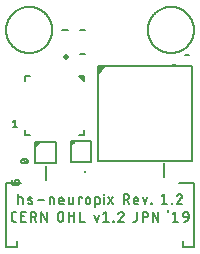
<source format=gto>
G75*
%MOIN*%
%OFA0B0*%
%FSLAX25Y25*%
%IPPOS*%
%LPD*%
%AMOC8*
5,1,8,0,0,1.08239X$1,22.5*
%
%ADD10C,0.00787*%
%ADD11C,0.00600*%
%ADD12C,0.00700*%
%ADD13C,0.00787*%
%ADD14C,0.00500*%
%ADD15C,0.01969*%
D10*
X0166659Y0119425D02*
X0166661Y0119614D01*
X0166668Y0119802D01*
X0166680Y0119990D01*
X0166696Y0120178D01*
X0166717Y0120366D01*
X0166742Y0120553D01*
X0166772Y0120739D01*
X0166807Y0120925D01*
X0166846Y0121109D01*
X0166889Y0121293D01*
X0166937Y0121475D01*
X0166990Y0121656D01*
X0167047Y0121836D01*
X0167108Y0122015D01*
X0167174Y0122192D01*
X0167244Y0122367D01*
X0167318Y0122540D01*
X0167397Y0122712D01*
X0167480Y0122881D01*
X0167567Y0123049D01*
X0167658Y0123214D01*
X0167753Y0123377D01*
X0167852Y0123538D01*
X0167954Y0123696D01*
X0168061Y0123851D01*
X0168172Y0124004D01*
X0168286Y0124154D01*
X0168404Y0124302D01*
X0168525Y0124446D01*
X0168650Y0124587D01*
X0168779Y0124725D01*
X0168910Y0124861D01*
X0169046Y0124992D01*
X0169184Y0125121D01*
X0169325Y0125246D01*
X0169469Y0125367D01*
X0169617Y0125485D01*
X0169767Y0125599D01*
X0169920Y0125710D01*
X0170075Y0125817D01*
X0170233Y0125919D01*
X0170394Y0126018D01*
X0170557Y0126113D01*
X0170722Y0126204D01*
X0170890Y0126291D01*
X0171059Y0126374D01*
X0171231Y0126453D01*
X0171404Y0126527D01*
X0171579Y0126597D01*
X0171756Y0126663D01*
X0171935Y0126724D01*
X0172115Y0126781D01*
X0172296Y0126834D01*
X0172478Y0126882D01*
X0172662Y0126925D01*
X0172846Y0126964D01*
X0173032Y0126999D01*
X0173218Y0127029D01*
X0173405Y0127054D01*
X0173593Y0127075D01*
X0173781Y0127091D01*
X0173969Y0127103D01*
X0174157Y0127110D01*
X0174346Y0127112D01*
X0174535Y0127110D01*
X0174723Y0127103D01*
X0174911Y0127091D01*
X0175099Y0127075D01*
X0175287Y0127054D01*
X0175474Y0127029D01*
X0175660Y0126999D01*
X0175846Y0126964D01*
X0176030Y0126925D01*
X0176214Y0126882D01*
X0176396Y0126834D01*
X0176577Y0126781D01*
X0176757Y0126724D01*
X0176936Y0126663D01*
X0177113Y0126597D01*
X0177288Y0126527D01*
X0177461Y0126453D01*
X0177633Y0126374D01*
X0177802Y0126291D01*
X0177970Y0126204D01*
X0178135Y0126113D01*
X0178298Y0126018D01*
X0178459Y0125919D01*
X0178617Y0125817D01*
X0178772Y0125710D01*
X0178925Y0125599D01*
X0179075Y0125485D01*
X0179223Y0125367D01*
X0179367Y0125246D01*
X0179508Y0125121D01*
X0179646Y0124992D01*
X0179782Y0124861D01*
X0179913Y0124725D01*
X0180042Y0124587D01*
X0180167Y0124446D01*
X0180288Y0124302D01*
X0180406Y0124154D01*
X0180520Y0124004D01*
X0180631Y0123851D01*
X0180738Y0123696D01*
X0180840Y0123538D01*
X0180939Y0123377D01*
X0181034Y0123214D01*
X0181125Y0123049D01*
X0181212Y0122881D01*
X0181295Y0122712D01*
X0181374Y0122540D01*
X0181448Y0122367D01*
X0181518Y0122192D01*
X0181584Y0122015D01*
X0181645Y0121836D01*
X0181702Y0121656D01*
X0181755Y0121475D01*
X0181803Y0121293D01*
X0181846Y0121109D01*
X0181885Y0120925D01*
X0181920Y0120739D01*
X0181950Y0120553D01*
X0181975Y0120366D01*
X0181996Y0120178D01*
X0182012Y0119990D01*
X0182024Y0119802D01*
X0182031Y0119614D01*
X0182033Y0119425D01*
X0182031Y0119236D01*
X0182024Y0119048D01*
X0182012Y0118860D01*
X0181996Y0118672D01*
X0181975Y0118484D01*
X0181950Y0118297D01*
X0181920Y0118111D01*
X0181885Y0117925D01*
X0181846Y0117741D01*
X0181803Y0117557D01*
X0181755Y0117375D01*
X0181702Y0117194D01*
X0181645Y0117014D01*
X0181584Y0116835D01*
X0181518Y0116658D01*
X0181448Y0116483D01*
X0181374Y0116310D01*
X0181295Y0116138D01*
X0181212Y0115969D01*
X0181125Y0115801D01*
X0181034Y0115636D01*
X0180939Y0115473D01*
X0180840Y0115312D01*
X0180738Y0115154D01*
X0180631Y0114999D01*
X0180520Y0114846D01*
X0180406Y0114696D01*
X0180288Y0114548D01*
X0180167Y0114404D01*
X0180042Y0114263D01*
X0179913Y0114125D01*
X0179782Y0113989D01*
X0179646Y0113858D01*
X0179508Y0113729D01*
X0179367Y0113604D01*
X0179223Y0113483D01*
X0179075Y0113365D01*
X0178925Y0113251D01*
X0178772Y0113140D01*
X0178617Y0113033D01*
X0178459Y0112931D01*
X0178298Y0112832D01*
X0178135Y0112737D01*
X0177970Y0112646D01*
X0177802Y0112559D01*
X0177633Y0112476D01*
X0177461Y0112397D01*
X0177288Y0112323D01*
X0177113Y0112253D01*
X0176936Y0112187D01*
X0176757Y0112126D01*
X0176577Y0112069D01*
X0176396Y0112016D01*
X0176214Y0111968D01*
X0176030Y0111925D01*
X0175846Y0111886D01*
X0175660Y0111851D01*
X0175474Y0111821D01*
X0175287Y0111796D01*
X0175099Y0111775D01*
X0174911Y0111759D01*
X0174723Y0111747D01*
X0174535Y0111740D01*
X0174346Y0111738D01*
X0174157Y0111740D01*
X0173969Y0111747D01*
X0173781Y0111759D01*
X0173593Y0111775D01*
X0173405Y0111796D01*
X0173218Y0111821D01*
X0173032Y0111851D01*
X0172846Y0111886D01*
X0172662Y0111925D01*
X0172478Y0111968D01*
X0172296Y0112016D01*
X0172115Y0112069D01*
X0171935Y0112126D01*
X0171756Y0112187D01*
X0171579Y0112253D01*
X0171404Y0112323D01*
X0171231Y0112397D01*
X0171059Y0112476D01*
X0170890Y0112559D01*
X0170722Y0112646D01*
X0170557Y0112737D01*
X0170394Y0112832D01*
X0170233Y0112931D01*
X0170075Y0113033D01*
X0169920Y0113140D01*
X0169767Y0113251D01*
X0169617Y0113365D01*
X0169469Y0113483D01*
X0169325Y0113604D01*
X0169184Y0113729D01*
X0169046Y0113858D01*
X0168910Y0113989D01*
X0168779Y0114125D01*
X0168650Y0114263D01*
X0168525Y0114404D01*
X0168404Y0114548D01*
X0168286Y0114696D01*
X0168172Y0114846D01*
X0168061Y0114999D01*
X0167954Y0115154D01*
X0167852Y0115312D01*
X0167753Y0115473D01*
X0167658Y0115636D01*
X0167567Y0115801D01*
X0167480Y0115969D01*
X0167397Y0116138D01*
X0167318Y0116310D01*
X0167244Y0116483D01*
X0167174Y0116658D01*
X0167108Y0116835D01*
X0167047Y0117014D01*
X0166990Y0117194D01*
X0166937Y0117375D01*
X0166889Y0117557D01*
X0166846Y0117741D01*
X0166807Y0117925D01*
X0166772Y0118111D01*
X0166742Y0118297D01*
X0166717Y0118484D01*
X0166696Y0118672D01*
X0166680Y0118860D01*
X0166668Y0119048D01*
X0166661Y0119236D01*
X0166659Y0119425D01*
X0213904Y0119425D02*
X0213906Y0119614D01*
X0213913Y0119802D01*
X0213925Y0119990D01*
X0213941Y0120178D01*
X0213962Y0120366D01*
X0213987Y0120553D01*
X0214017Y0120739D01*
X0214052Y0120925D01*
X0214091Y0121109D01*
X0214134Y0121293D01*
X0214182Y0121475D01*
X0214235Y0121656D01*
X0214292Y0121836D01*
X0214353Y0122015D01*
X0214419Y0122192D01*
X0214489Y0122367D01*
X0214563Y0122540D01*
X0214642Y0122712D01*
X0214725Y0122881D01*
X0214812Y0123049D01*
X0214903Y0123214D01*
X0214998Y0123377D01*
X0215097Y0123538D01*
X0215199Y0123696D01*
X0215306Y0123851D01*
X0215417Y0124004D01*
X0215531Y0124154D01*
X0215649Y0124302D01*
X0215770Y0124446D01*
X0215895Y0124587D01*
X0216024Y0124725D01*
X0216155Y0124861D01*
X0216291Y0124992D01*
X0216429Y0125121D01*
X0216570Y0125246D01*
X0216714Y0125367D01*
X0216862Y0125485D01*
X0217012Y0125599D01*
X0217165Y0125710D01*
X0217320Y0125817D01*
X0217478Y0125919D01*
X0217639Y0126018D01*
X0217802Y0126113D01*
X0217967Y0126204D01*
X0218135Y0126291D01*
X0218304Y0126374D01*
X0218476Y0126453D01*
X0218649Y0126527D01*
X0218824Y0126597D01*
X0219001Y0126663D01*
X0219180Y0126724D01*
X0219360Y0126781D01*
X0219541Y0126834D01*
X0219723Y0126882D01*
X0219907Y0126925D01*
X0220091Y0126964D01*
X0220277Y0126999D01*
X0220463Y0127029D01*
X0220650Y0127054D01*
X0220838Y0127075D01*
X0221026Y0127091D01*
X0221214Y0127103D01*
X0221402Y0127110D01*
X0221591Y0127112D01*
X0221780Y0127110D01*
X0221968Y0127103D01*
X0222156Y0127091D01*
X0222344Y0127075D01*
X0222532Y0127054D01*
X0222719Y0127029D01*
X0222905Y0126999D01*
X0223091Y0126964D01*
X0223275Y0126925D01*
X0223459Y0126882D01*
X0223641Y0126834D01*
X0223822Y0126781D01*
X0224002Y0126724D01*
X0224181Y0126663D01*
X0224358Y0126597D01*
X0224533Y0126527D01*
X0224706Y0126453D01*
X0224878Y0126374D01*
X0225047Y0126291D01*
X0225215Y0126204D01*
X0225380Y0126113D01*
X0225543Y0126018D01*
X0225704Y0125919D01*
X0225862Y0125817D01*
X0226017Y0125710D01*
X0226170Y0125599D01*
X0226320Y0125485D01*
X0226468Y0125367D01*
X0226612Y0125246D01*
X0226753Y0125121D01*
X0226891Y0124992D01*
X0227027Y0124861D01*
X0227158Y0124725D01*
X0227287Y0124587D01*
X0227412Y0124446D01*
X0227533Y0124302D01*
X0227651Y0124154D01*
X0227765Y0124004D01*
X0227876Y0123851D01*
X0227983Y0123696D01*
X0228085Y0123538D01*
X0228184Y0123377D01*
X0228279Y0123214D01*
X0228370Y0123049D01*
X0228457Y0122881D01*
X0228540Y0122712D01*
X0228619Y0122540D01*
X0228693Y0122367D01*
X0228763Y0122192D01*
X0228829Y0122015D01*
X0228890Y0121836D01*
X0228947Y0121656D01*
X0229000Y0121475D01*
X0229048Y0121293D01*
X0229091Y0121109D01*
X0229130Y0120925D01*
X0229165Y0120739D01*
X0229195Y0120553D01*
X0229220Y0120366D01*
X0229241Y0120178D01*
X0229257Y0119990D01*
X0229269Y0119802D01*
X0229276Y0119614D01*
X0229278Y0119425D01*
X0229276Y0119236D01*
X0229269Y0119048D01*
X0229257Y0118860D01*
X0229241Y0118672D01*
X0229220Y0118484D01*
X0229195Y0118297D01*
X0229165Y0118111D01*
X0229130Y0117925D01*
X0229091Y0117741D01*
X0229048Y0117557D01*
X0229000Y0117375D01*
X0228947Y0117194D01*
X0228890Y0117014D01*
X0228829Y0116835D01*
X0228763Y0116658D01*
X0228693Y0116483D01*
X0228619Y0116310D01*
X0228540Y0116138D01*
X0228457Y0115969D01*
X0228370Y0115801D01*
X0228279Y0115636D01*
X0228184Y0115473D01*
X0228085Y0115312D01*
X0227983Y0115154D01*
X0227876Y0114999D01*
X0227765Y0114846D01*
X0227651Y0114696D01*
X0227533Y0114548D01*
X0227412Y0114404D01*
X0227287Y0114263D01*
X0227158Y0114125D01*
X0227027Y0113989D01*
X0226891Y0113858D01*
X0226753Y0113729D01*
X0226612Y0113604D01*
X0226468Y0113483D01*
X0226320Y0113365D01*
X0226170Y0113251D01*
X0226017Y0113140D01*
X0225862Y0113033D01*
X0225704Y0112931D01*
X0225543Y0112832D01*
X0225380Y0112737D01*
X0225215Y0112646D01*
X0225047Y0112559D01*
X0224878Y0112476D01*
X0224706Y0112397D01*
X0224533Y0112323D01*
X0224358Y0112253D01*
X0224181Y0112187D01*
X0224002Y0112126D01*
X0223822Y0112069D01*
X0223641Y0112016D01*
X0223459Y0111968D01*
X0223275Y0111925D01*
X0223091Y0111886D01*
X0222905Y0111851D01*
X0222719Y0111821D01*
X0222532Y0111796D01*
X0222344Y0111775D01*
X0222156Y0111759D01*
X0221968Y0111747D01*
X0221780Y0111740D01*
X0221591Y0111738D01*
X0221402Y0111740D01*
X0221214Y0111747D01*
X0221026Y0111759D01*
X0220838Y0111775D01*
X0220650Y0111796D01*
X0220463Y0111821D01*
X0220277Y0111851D01*
X0220091Y0111886D01*
X0219907Y0111925D01*
X0219723Y0111968D01*
X0219541Y0112016D01*
X0219360Y0112069D01*
X0219180Y0112126D01*
X0219001Y0112187D01*
X0218824Y0112253D01*
X0218649Y0112323D01*
X0218476Y0112397D01*
X0218304Y0112476D01*
X0218135Y0112559D01*
X0217967Y0112646D01*
X0217802Y0112737D01*
X0217639Y0112832D01*
X0217478Y0112931D01*
X0217320Y0113033D01*
X0217165Y0113140D01*
X0217012Y0113251D01*
X0216862Y0113365D01*
X0216714Y0113483D01*
X0216570Y0113604D01*
X0216429Y0113729D01*
X0216291Y0113858D01*
X0216155Y0113989D01*
X0216024Y0114125D01*
X0215895Y0114263D01*
X0215770Y0114404D01*
X0215649Y0114548D01*
X0215531Y0114696D01*
X0215417Y0114846D01*
X0215306Y0114999D01*
X0215199Y0115154D01*
X0215097Y0115312D01*
X0214998Y0115473D01*
X0214903Y0115636D01*
X0214812Y0115801D01*
X0214725Y0115969D01*
X0214642Y0116138D01*
X0214563Y0116310D01*
X0214489Y0116483D01*
X0214419Y0116658D01*
X0214353Y0116835D01*
X0214292Y0117014D01*
X0214235Y0117194D01*
X0214182Y0117375D01*
X0214134Y0117557D01*
X0214091Y0117741D01*
X0214052Y0117925D01*
X0214017Y0118111D01*
X0213987Y0118297D01*
X0213962Y0118484D01*
X0213941Y0118672D01*
X0213925Y0118860D01*
X0213913Y0119048D01*
X0213906Y0119236D01*
X0213904Y0119425D01*
D11*
X0170370Y0086891D02*
X0168953Y0086891D01*
X0169661Y0086891D02*
X0169661Y0089440D01*
X0168953Y0088874D01*
X0172811Y0075016D02*
X0172898Y0075018D01*
X0172984Y0075023D01*
X0173070Y0075032D01*
X0173156Y0075045D01*
X0173241Y0075060D01*
X0173326Y0075080D01*
X0173409Y0075103D01*
X0173492Y0075129D01*
X0173573Y0075159D01*
X0173653Y0075192D01*
X0173732Y0075228D01*
X0173519Y0075158D02*
X0172103Y0076291D01*
X0171890Y0076220D02*
X0171850Y0076204D01*
X0171811Y0076185D01*
X0171774Y0076163D01*
X0171738Y0076138D01*
X0171705Y0076110D01*
X0171675Y0076079D01*
X0171647Y0076046D01*
X0171621Y0076011D01*
X0171599Y0075973D01*
X0171580Y0075935D01*
X0171564Y0075894D01*
X0171552Y0075853D01*
X0171543Y0075810D01*
X0171538Y0075767D01*
X0171536Y0075724D01*
X0171538Y0075681D01*
X0171543Y0075638D01*
X0171552Y0075595D01*
X0171564Y0075554D01*
X0171580Y0075513D01*
X0171599Y0075475D01*
X0171621Y0075437D01*
X0171647Y0075402D01*
X0171675Y0075369D01*
X0171705Y0075338D01*
X0171738Y0075310D01*
X0171774Y0075285D01*
X0171811Y0075263D01*
X0171850Y0075244D01*
X0171890Y0075228D01*
X0171890Y0076221D02*
X0171969Y0076257D01*
X0172049Y0076290D01*
X0172130Y0076320D01*
X0172213Y0076346D01*
X0172296Y0076369D01*
X0172381Y0076389D01*
X0172466Y0076404D01*
X0172552Y0076417D01*
X0172638Y0076426D01*
X0172724Y0076431D01*
X0172811Y0076433D01*
X0172811Y0075016D02*
X0172724Y0075018D01*
X0172638Y0075023D01*
X0172552Y0075032D01*
X0172466Y0075045D01*
X0172381Y0075060D01*
X0172296Y0075080D01*
X0172213Y0075103D01*
X0172130Y0075129D01*
X0172049Y0075159D01*
X0171969Y0075192D01*
X0171890Y0075228D01*
X0172811Y0076433D02*
X0172898Y0076431D01*
X0172984Y0076426D01*
X0173070Y0076417D01*
X0173156Y0076404D01*
X0173241Y0076389D01*
X0173326Y0076369D01*
X0173409Y0076346D01*
X0173492Y0076320D01*
X0173573Y0076290D01*
X0173653Y0076257D01*
X0173732Y0076221D01*
X0173732Y0076220D02*
X0173772Y0076204D01*
X0173811Y0076185D01*
X0173848Y0076163D01*
X0173884Y0076138D01*
X0173917Y0076110D01*
X0173947Y0076079D01*
X0173975Y0076046D01*
X0174001Y0076011D01*
X0174023Y0075973D01*
X0174042Y0075935D01*
X0174058Y0075894D01*
X0174070Y0075853D01*
X0174079Y0075810D01*
X0174084Y0075767D01*
X0174086Y0075724D01*
X0174084Y0075681D01*
X0174079Y0075638D01*
X0174070Y0075595D01*
X0174058Y0075554D01*
X0174042Y0075513D01*
X0174023Y0075475D01*
X0174001Y0075437D01*
X0173975Y0075402D01*
X0173947Y0075369D01*
X0173917Y0075338D01*
X0173884Y0075310D01*
X0173848Y0075285D01*
X0173811Y0075263D01*
X0173772Y0075244D01*
X0173732Y0075228D01*
X0171054Y0069228D02*
X0169638Y0069228D01*
X0169638Y0068803D01*
X0169071Y0067811D02*
X0169024Y0067813D01*
X0168978Y0067819D01*
X0168932Y0067828D01*
X0168887Y0067842D01*
X0168843Y0067859D01*
X0168801Y0067879D01*
X0168761Y0067903D01*
X0168723Y0067931D01*
X0168687Y0067961D01*
X0168654Y0067994D01*
X0168624Y0068030D01*
X0168596Y0068068D01*
X0168572Y0068108D01*
X0168552Y0068150D01*
X0168535Y0068194D01*
X0168521Y0068239D01*
X0168512Y0068285D01*
X0168506Y0068331D01*
X0168504Y0068378D01*
X0168505Y0068378D02*
X0168505Y0069228D01*
X0169071Y0067811D02*
X0170488Y0067811D01*
X0170535Y0067813D01*
X0170581Y0067819D01*
X0170627Y0067828D01*
X0170672Y0067842D01*
X0170716Y0067859D01*
X0170758Y0067879D01*
X0170798Y0067903D01*
X0170836Y0067931D01*
X0170872Y0067961D01*
X0170905Y0067994D01*
X0170935Y0068030D01*
X0170963Y0068068D01*
X0170987Y0068108D01*
X0171007Y0068150D01*
X0171024Y0068194D01*
X0171038Y0068239D01*
X0171047Y0068285D01*
X0171053Y0068331D01*
X0171055Y0068378D01*
X0171054Y0068378D02*
X0171054Y0069228D01*
D12*
X0170781Y0064666D02*
X0170781Y0061429D01*
X0172220Y0061429D02*
X0172220Y0063047D01*
X0172221Y0063047D02*
X0172219Y0063092D01*
X0172214Y0063136D01*
X0172204Y0063180D01*
X0172192Y0063222D01*
X0172176Y0063264D01*
X0172156Y0063304D01*
X0172133Y0063342D01*
X0172107Y0063379D01*
X0172078Y0063413D01*
X0172047Y0063444D01*
X0172013Y0063473D01*
X0171976Y0063499D01*
X0171938Y0063522D01*
X0171898Y0063542D01*
X0171856Y0063558D01*
X0171814Y0063570D01*
X0171770Y0063580D01*
X0171726Y0063585D01*
X0171681Y0063587D01*
X0170781Y0063587D01*
X0174240Y0062688D02*
X0175139Y0062328D01*
X0175177Y0062310D01*
X0175213Y0062290D01*
X0175248Y0062266D01*
X0175280Y0062240D01*
X0175309Y0062210D01*
X0175336Y0062178D01*
X0175360Y0062144D01*
X0175381Y0062108D01*
X0175398Y0062070D01*
X0175412Y0062030D01*
X0175422Y0061990D01*
X0175429Y0061949D01*
X0175432Y0061907D01*
X0175431Y0061866D01*
X0175427Y0061824D01*
X0175418Y0061783D01*
X0175407Y0061743D01*
X0175391Y0061704D01*
X0175373Y0061667D01*
X0175351Y0061632D01*
X0175325Y0061598D01*
X0175298Y0061567D01*
X0175267Y0061539D01*
X0175234Y0061514D01*
X0175199Y0061491D01*
X0175162Y0061472D01*
X0175123Y0061456D01*
X0175083Y0061444D01*
X0175042Y0061435D01*
X0175001Y0061430D01*
X0174959Y0061429D01*
X0175229Y0063407D02*
X0175153Y0063440D01*
X0175074Y0063469D01*
X0174995Y0063496D01*
X0174915Y0063519D01*
X0174834Y0063538D01*
X0174752Y0063555D01*
X0174670Y0063568D01*
X0174587Y0063578D01*
X0174504Y0063584D01*
X0174420Y0063587D01*
X0174378Y0063586D01*
X0174337Y0063581D01*
X0174296Y0063572D01*
X0174256Y0063560D01*
X0174217Y0063544D01*
X0174180Y0063525D01*
X0174145Y0063502D01*
X0174112Y0063477D01*
X0174081Y0063449D01*
X0174054Y0063418D01*
X0174028Y0063384D01*
X0174006Y0063349D01*
X0173988Y0063312D01*
X0173972Y0063273D01*
X0173961Y0063233D01*
X0173952Y0063192D01*
X0173948Y0063150D01*
X0173947Y0063109D01*
X0173950Y0063067D01*
X0173957Y0063026D01*
X0173967Y0062986D01*
X0173981Y0062946D01*
X0173998Y0062908D01*
X0174019Y0062872D01*
X0174043Y0062838D01*
X0174070Y0062806D01*
X0174099Y0062776D01*
X0174131Y0062750D01*
X0174166Y0062726D01*
X0174202Y0062706D01*
X0174240Y0062688D01*
X0173970Y0061609D02*
X0174066Y0061577D01*
X0174163Y0061547D01*
X0174260Y0061521D01*
X0174358Y0061498D01*
X0174457Y0061478D01*
X0174557Y0061462D01*
X0174657Y0061449D01*
X0174758Y0061439D01*
X0174858Y0061432D01*
X0174959Y0061429D01*
X0177154Y0062688D02*
X0179312Y0062688D01*
X0181175Y0063587D02*
X0182074Y0063587D01*
X0182119Y0063585D01*
X0182163Y0063580D01*
X0182207Y0063570D01*
X0182249Y0063558D01*
X0182291Y0063542D01*
X0182331Y0063522D01*
X0182369Y0063499D01*
X0182406Y0063473D01*
X0182440Y0063444D01*
X0182471Y0063413D01*
X0182500Y0063379D01*
X0182526Y0063342D01*
X0182549Y0063304D01*
X0182569Y0063264D01*
X0182585Y0063222D01*
X0182597Y0063180D01*
X0182607Y0063136D01*
X0182612Y0063092D01*
X0182614Y0063047D01*
X0182614Y0061429D01*
X0181175Y0061429D02*
X0181175Y0063587D01*
X0184364Y0062867D02*
X0184364Y0061968D01*
X0184365Y0061968D02*
X0184367Y0061923D01*
X0184372Y0061879D01*
X0184381Y0061836D01*
X0184394Y0061793D01*
X0184410Y0061751D01*
X0184430Y0061711D01*
X0184453Y0061673D01*
X0184479Y0061637D01*
X0184507Y0061603D01*
X0184539Y0061571D01*
X0184573Y0061543D01*
X0184609Y0061517D01*
X0184647Y0061494D01*
X0184687Y0061474D01*
X0184729Y0061458D01*
X0184772Y0061445D01*
X0184815Y0061436D01*
X0184859Y0061431D01*
X0184904Y0061429D01*
X0185803Y0061429D01*
X0185803Y0062508D02*
X0184364Y0062508D01*
X0184364Y0062867D02*
X0184366Y0062919D01*
X0184372Y0062972D01*
X0184381Y0063023D01*
X0184394Y0063074D01*
X0184411Y0063124D01*
X0184432Y0063172D01*
X0184456Y0063219D01*
X0184483Y0063264D01*
X0184514Y0063306D01*
X0184548Y0063347D01*
X0184584Y0063385D01*
X0184623Y0063420D01*
X0184665Y0063452D01*
X0184708Y0063481D01*
X0184754Y0063506D01*
X0184802Y0063529D01*
X0184851Y0063547D01*
X0184901Y0063563D01*
X0184952Y0063574D01*
X0185004Y0063582D01*
X0185057Y0063586D01*
X0185109Y0063586D01*
X0185162Y0063582D01*
X0185214Y0063574D01*
X0185265Y0063563D01*
X0185315Y0063547D01*
X0185364Y0063529D01*
X0185412Y0063506D01*
X0185458Y0063481D01*
X0185501Y0063452D01*
X0185543Y0063420D01*
X0185582Y0063385D01*
X0185618Y0063347D01*
X0185652Y0063306D01*
X0185683Y0063264D01*
X0185710Y0063219D01*
X0185734Y0063172D01*
X0185755Y0063124D01*
X0185772Y0063074D01*
X0185785Y0063023D01*
X0185794Y0062972D01*
X0185800Y0062919D01*
X0185802Y0062867D01*
X0185803Y0062867D02*
X0185803Y0062508D01*
X0187553Y0061968D02*
X0187553Y0063587D01*
X0188992Y0063587D02*
X0188992Y0061429D01*
X0188092Y0061429D01*
X0188047Y0061431D01*
X0188003Y0061436D01*
X0187960Y0061445D01*
X0187917Y0061458D01*
X0187875Y0061474D01*
X0187835Y0061494D01*
X0187797Y0061517D01*
X0187761Y0061543D01*
X0187727Y0061571D01*
X0187695Y0061603D01*
X0187667Y0061637D01*
X0187641Y0061673D01*
X0187618Y0061711D01*
X0187598Y0061751D01*
X0187582Y0061793D01*
X0187569Y0061836D01*
X0187560Y0061879D01*
X0187555Y0061923D01*
X0187553Y0061968D01*
X0187649Y0058760D02*
X0187649Y0055523D01*
X0189447Y0055523D02*
X0189447Y0058760D01*
X0189447Y0057322D02*
X0187649Y0057322D01*
X0185785Y0057861D02*
X0185785Y0056422D01*
X0185783Y0056363D01*
X0185777Y0056305D01*
X0185768Y0056247D01*
X0185754Y0056189D01*
X0185737Y0056133D01*
X0185717Y0056078D01*
X0185692Y0056024D01*
X0185665Y0055973D01*
X0185633Y0055923D01*
X0185599Y0055875D01*
X0185562Y0055829D01*
X0185522Y0055786D01*
X0185479Y0055746D01*
X0185433Y0055709D01*
X0185385Y0055675D01*
X0185336Y0055643D01*
X0185284Y0055616D01*
X0185230Y0055591D01*
X0185175Y0055571D01*
X0185119Y0055554D01*
X0185061Y0055540D01*
X0185003Y0055531D01*
X0184945Y0055525D01*
X0184886Y0055523D01*
X0184827Y0055525D01*
X0184769Y0055531D01*
X0184711Y0055540D01*
X0184653Y0055554D01*
X0184597Y0055571D01*
X0184542Y0055591D01*
X0184488Y0055616D01*
X0184437Y0055643D01*
X0184387Y0055675D01*
X0184339Y0055709D01*
X0184293Y0055746D01*
X0184250Y0055786D01*
X0184210Y0055829D01*
X0184173Y0055875D01*
X0184139Y0055923D01*
X0184107Y0055973D01*
X0184080Y0056024D01*
X0184055Y0056078D01*
X0184035Y0056133D01*
X0184018Y0056189D01*
X0184004Y0056247D01*
X0183995Y0056305D01*
X0183989Y0056363D01*
X0183987Y0056422D01*
X0183987Y0057861D01*
X0183989Y0057920D01*
X0183995Y0057978D01*
X0184004Y0058036D01*
X0184018Y0058094D01*
X0184035Y0058150D01*
X0184055Y0058205D01*
X0184080Y0058259D01*
X0184107Y0058311D01*
X0184139Y0058360D01*
X0184173Y0058408D01*
X0184210Y0058454D01*
X0184250Y0058497D01*
X0184293Y0058537D01*
X0184339Y0058574D01*
X0184387Y0058608D01*
X0184437Y0058640D01*
X0184488Y0058667D01*
X0184542Y0058692D01*
X0184597Y0058712D01*
X0184653Y0058729D01*
X0184711Y0058743D01*
X0184769Y0058752D01*
X0184827Y0058758D01*
X0184886Y0058760D01*
X0184945Y0058758D01*
X0185003Y0058752D01*
X0185061Y0058743D01*
X0185119Y0058729D01*
X0185175Y0058712D01*
X0185230Y0058692D01*
X0185284Y0058667D01*
X0185336Y0058640D01*
X0185385Y0058608D01*
X0185433Y0058574D01*
X0185479Y0058537D01*
X0185522Y0058497D01*
X0185562Y0058454D01*
X0185599Y0058408D01*
X0185633Y0058360D01*
X0185665Y0058311D01*
X0185692Y0058259D01*
X0185717Y0058205D01*
X0185737Y0058150D01*
X0185754Y0058094D01*
X0185768Y0058036D01*
X0185777Y0057978D01*
X0185783Y0057920D01*
X0185785Y0057861D01*
X0180234Y0058760D02*
X0180234Y0055523D01*
X0178436Y0058760D01*
X0178436Y0055523D01*
X0176610Y0055523D02*
X0175890Y0056962D01*
X0175710Y0056962D02*
X0174811Y0056962D01*
X0175710Y0056962D02*
X0175769Y0056964D01*
X0175827Y0056970D01*
X0175885Y0056979D01*
X0175943Y0056993D01*
X0175999Y0057010D01*
X0176054Y0057030D01*
X0176108Y0057055D01*
X0176160Y0057082D01*
X0176209Y0057114D01*
X0176257Y0057148D01*
X0176303Y0057185D01*
X0176346Y0057225D01*
X0176386Y0057268D01*
X0176423Y0057314D01*
X0176457Y0057362D01*
X0176489Y0057412D01*
X0176516Y0057463D01*
X0176541Y0057517D01*
X0176561Y0057572D01*
X0176578Y0057628D01*
X0176592Y0057686D01*
X0176601Y0057744D01*
X0176607Y0057802D01*
X0176609Y0057861D01*
X0176607Y0057920D01*
X0176601Y0057978D01*
X0176592Y0058036D01*
X0176578Y0058094D01*
X0176561Y0058150D01*
X0176541Y0058205D01*
X0176516Y0058259D01*
X0176489Y0058311D01*
X0176457Y0058360D01*
X0176423Y0058408D01*
X0176386Y0058454D01*
X0176346Y0058497D01*
X0176303Y0058537D01*
X0176257Y0058574D01*
X0176209Y0058608D01*
X0176160Y0058640D01*
X0176108Y0058667D01*
X0176054Y0058692D01*
X0175999Y0058712D01*
X0175943Y0058729D01*
X0175885Y0058743D01*
X0175827Y0058752D01*
X0175769Y0058758D01*
X0175710Y0058760D01*
X0174811Y0058760D01*
X0174811Y0055523D01*
X0173154Y0055523D02*
X0171715Y0055523D01*
X0171715Y0058760D01*
X0173154Y0058760D01*
X0172794Y0057322D02*
X0171715Y0057322D01*
X0170055Y0058760D02*
X0169336Y0058760D01*
X0169285Y0058758D01*
X0169234Y0058753D01*
X0169183Y0058744D01*
X0169133Y0058731D01*
X0169085Y0058715D01*
X0169037Y0058695D01*
X0168991Y0058672D01*
X0168947Y0058646D01*
X0168905Y0058617D01*
X0168865Y0058584D01*
X0168828Y0058549D01*
X0168793Y0058512D01*
X0168760Y0058472D01*
X0168731Y0058430D01*
X0168705Y0058386D01*
X0168682Y0058340D01*
X0168662Y0058292D01*
X0168646Y0058244D01*
X0168633Y0058194D01*
X0168624Y0058143D01*
X0168619Y0058092D01*
X0168617Y0058041D01*
X0168616Y0058041D02*
X0168616Y0056243D01*
X0168617Y0056243D02*
X0168619Y0056192D01*
X0168624Y0056141D01*
X0168633Y0056090D01*
X0168646Y0056040D01*
X0168662Y0055992D01*
X0168682Y0055944D01*
X0168705Y0055898D01*
X0168731Y0055854D01*
X0168760Y0055812D01*
X0168793Y0055772D01*
X0168828Y0055735D01*
X0168865Y0055700D01*
X0168905Y0055667D01*
X0168947Y0055638D01*
X0168991Y0055612D01*
X0169037Y0055589D01*
X0169085Y0055569D01*
X0169133Y0055553D01*
X0169183Y0055540D01*
X0169234Y0055531D01*
X0169285Y0055526D01*
X0169336Y0055524D01*
X0169336Y0055523D02*
X0170055Y0055523D01*
X0191439Y0055523D02*
X0192878Y0055523D01*
X0191439Y0055523D02*
X0191439Y0058760D01*
X0190893Y0061429D02*
X0190893Y0063587D01*
X0191972Y0063587D01*
X0191972Y0063227D01*
X0193222Y0062867D02*
X0193222Y0062148D01*
X0193223Y0062148D02*
X0193225Y0062096D01*
X0193231Y0062043D01*
X0193240Y0061992D01*
X0193253Y0061941D01*
X0193270Y0061891D01*
X0193291Y0061843D01*
X0193315Y0061796D01*
X0193342Y0061751D01*
X0193373Y0061709D01*
X0193407Y0061668D01*
X0193443Y0061630D01*
X0193482Y0061595D01*
X0193524Y0061563D01*
X0193567Y0061534D01*
X0193613Y0061509D01*
X0193661Y0061486D01*
X0193710Y0061468D01*
X0193760Y0061452D01*
X0193811Y0061441D01*
X0193863Y0061433D01*
X0193916Y0061429D01*
X0193968Y0061429D01*
X0194021Y0061433D01*
X0194073Y0061441D01*
X0194124Y0061452D01*
X0194174Y0061468D01*
X0194223Y0061486D01*
X0194271Y0061509D01*
X0194317Y0061534D01*
X0194360Y0061563D01*
X0194402Y0061595D01*
X0194441Y0061630D01*
X0194477Y0061668D01*
X0194511Y0061709D01*
X0194542Y0061751D01*
X0194569Y0061796D01*
X0194593Y0061843D01*
X0194614Y0061891D01*
X0194631Y0061941D01*
X0194644Y0061992D01*
X0194653Y0062043D01*
X0194659Y0062096D01*
X0194661Y0062148D01*
X0194661Y0062867D01*
X0194659Y0062919D01*
X0194653Y0062972D01*
X0194644Y0063023D01*
X0194631Y0063074D01*
X0194614Y0063124D01*
X0194593Y0063172D01*
X0194569Y0063219D01*
X0194542Y0063264D01*
X0194511Y0063306D01*
X0194477Y0063347D01*
X0194441Y0063385D01*
X0194402Y0063420D01*
X0194360Y0063452D01*
X0194317Y0063481D01*
X0194271Y0063506D01*
X0194223Y0063529D01*
X0194174Y0063547D01*
X0194124Y0063563D01*
X0194073Y0063574D01*
X0194021Y0063582D01*
X0193968Y0063586D01*
X0193916Y0063586D01*
X0193863Y0063582D01*
X0193811Y0063574D01*
X0193760Y0063563D01*
X0193710Y0063547D01*
X0193661Y0063529D01*
X0193613Y0063506D01*
X0193567Y0063481D01*
X0193524Y0063452D01*
X0193482Y0063420D01*
X0193443Y0063385D01*
X0193407Y0063347D01*
X0193373Y0063306D01*
X0193342Y0063264D01*
X0193315Y0063219D01*
X0193291Y0063172D01*
X0193270Y0063124D01*
X0193253Y0063074D01*
X0193240Y0063023D01*
X0193231Y0062972D01*
X0193225Y0062919D01*
X0193223Y0062867D01*
X0196441Y0063587D02*
X0196441Y0060350D01*
X0196441Y0061429D02*
X0197340Y0061429D01*
X0197340Y0061428D02*
X0197385Y0061430D01*
X0197429Y0061435D01*
X0197473Y0061445D01*
X0197515Y0061457D01*
X0197557Y0061473D01*
X0197597Y0061493D01*
X0197635Y0061516D01*
X0197672Y0061542D01*
X0197706Y0061571D01*
X0197737Y0061602D01*
X0197766Y0061636D01*
X0197792Y0061673D01*
X0197815Y0061711D01*
X0197835Y0061751D01*
X0197851Y0061793D01*
X0197863Y0061835D01*
X0197873Y0061879D01*
X0197878Y0061923D01*
X0197880Y0061968D01*
X0197879Y0061968D02*
X0197879Y0063047D01*
X0197880Y0063047D02*
X0197878Y0063092D01*
X0197873Y0063136D01*
X0197863Y0063180D01*
X0197851Y0063222D01*
X0197835Y0063264D01*
X0197815Y0063304D01*
X0197792Y0063342D01*
X0197766Y0063379D01*
X0197737Y0063413D01*
X0197706Y0063444D01*
X0197672Y0063473D01*
X0197635Y0063499D01*
X0197597Y0063522D01*
X0197557Y0063542D01*
X0197515Y0063558D01*
X0197473Y0063570D01*
X0197429Y0063580D01*
X0197385Y0063585D01*
X0197340Y0063587D01*
X0196441Y0063587D01*
X0199375Y0063587D02*
X0199375Y0061429D01*
X0200781Y0061429D02*
X0202220Y0063587D01*
X0200781Y0063587D02*
X0202220Y0061429D01*
X0200004Y0058760D02*
X0200004Y0055523D01*
X0199105Y0055523D02*
X0200904Y0055523D01*
X0202395Y0055523D02*
X0202395Y0055703D01*
X0202575Y0055703D01*
X0202575Y0055523D01*
X0202395Y0055523D01*
X0204066Y0055523D02*
X0205864Y0055523D01*
X0204066Y0055523D02*
X0205594Y0057322D01*
X0205055Y0058761D02*
X0204993Y0058759D01*
X0204931Y0058754D01*
X0204869Y0058744D01*
X0204808Y0058731D01*
X0204748Y0058715D01*
X0204689Y0058695D01*
X0204632Y0058671D01*
X0204576Y0058644D01*
X0204521Y0058614D01*
X0204469Y0058580D01*
X0204418Y0058543D01*
X0204370Y0058504D01*
X0204325Y0058461D01*
X0204282Y0058416D01*
X0204241Y0058369D01*
X0204204Y0058319D01*
X0204170Y0058267D01*
X0204139Y0058213D01*
X0204111Y0058157D01*
X0204087Y0058100D01*
X0204066Y0058041D01*
X0205594Y0057322D02*
X0205635Y0057364D01*
X0205674Y0057408D01*
X0205709Y0057455D01*
X0205740Y0057504D01*
X0205769Y0057556D01*
X0205794Y0057609D01*
X0205815Y0057663D01*
X0205833Y0057719D01*
X0205846Y0057776D01*
X0205856Y0057834D01*
X0205862Y0057892D01*
X0205864Y0057951D01*
X0205862Y0058006D01*
X0205856Y0058061D01*
X0205847Y0058116D01*
X0205834Y0058169D01*
X0205817Y0058222D01*
X0205797Y0058273D01*
X0205773Y0058323D01*
X0205746Y0058371D01*
X0205716Y0058418D01*
X0205683Y0058462D01*
X0205646Y0058503D01*
X0205607Y0058542D01*
X0205566Y0058579D01*
X0205522Y0058612D01*
X0205475Y0058642D01*
X0205427Y0058669D01*
X0205377Y0058693D01*
X0205326Y0058713D01*
X0205273Y0058730D01*
X0205220Y0058743D01*
X0205165Y0058752D01*
X0205110Y0058758D01*
X0205055Y0058760D01*
X0205835Y0061429D02*
X0205835Y0064666D01*
X0206734Y0064666D01*
X0206793Y0064664D01*
X0206851Y0064658D01*
X0206909Y0064649D01*
X0206967Y0064635D01*
X0207023Y0064618D01*
X0207078Y0064598D01*
X0207132Y0064573D01*
X0207184Y0064546D01*
X0207233Y0064514D01*
X0207281Y0064480D01*
X0207327Y0064443D01*
X0207370Y0064403D01*
X0207410Y0064360D01*
X0207447Y0064314D01*
X0207481Y0064266D01*
X0207513Y0064217D01*
X0207540Y0064165D01*
X0207565Y0064111D01*
X0207585Y0064056D01*
X0207602Y0064000D01*
X0207616Y0063942D01*
X0207625Y0063884D01*
X0207631Y0063826D01*
X0207633Y0063767D01*
X0207631Y0063708D01*
X0207625Y0063650D01*
X0207616Y0063592D01*
X0207602Y0063534D01*
X0207585Y0063478D01*
X0207565Y0063423D01*
X0207540Y0063369D01*
X0207513Y0063318D01*
X0207481Y0063268D01*
X0207447Y0063220D01*
X0207410Y0063174D01*
X0207370Y0063131D01*
X0207327Y0063091D01*
X0207281Y0063054D01*
X0207233Y0063020D01*
X0207184Y0062988D01*
X0207132Y0062961D01*
X0207078Y0062936D01*
X0207023Y0062916D01*
X0206967Y0062899D01*
X0206909Y0062885D01*
X0206851Y0062876D01*
X0206793Y0062870D01*
X0206734Y0062868D01*
X0206734Y0062867D02*
X0205835Y0062867D01*
X0206914Y0062867D02*
X0207633Y0061429D01*
X0209285Y0061968D02*
X0209285Y0062867D01*
X0209285Y0062508D02*
X0210724Y0062508D01*
X0210724Y0062867D01*
X0210722Y0062919D01*
X0210716Y0062972D01*
X0210707Y0063023D01*
X0210694Y0063074D01*
X0210677Y0063124D01*
X0210656Y0063172D01*
X0210632Y0063219D01*
X0210605Y0063264D01*
X0210574Y0063306D01*
X0210540Y0063347D01*
X0210504Y0063385D01*
X0210465Y0063420D01*
X0210423Y0063452D01*
X0210380Y0063481D01*
X0210334Y0063506D01*
X0210286Y0063529D01*
X0210237Y0063547D01*
X0210187Y0063563D01*
X0210136Y0063574D01*
X0210084Y0063582D01*
X0210031Y0063586D01*
X0209979Y0063586D01*
X0209926Y0063582D01*
X0209874Y0063574D01*
X0209823Y0063563D01*
X0209773Y0063547D01*
X0209724Y0063529D01*
X0209676Y0063506D01*
X0209630Y0063481D01*
X0209587Y0063452D01*
X0209545Y0063420D01*
X0209506Y0063385D01*
X0209470Y0063347D01*
X0209436Y0063306D01*
X0209405Y0063264D01*
X0209378Y0063219D01*
X0209354Y0063172D01*
X0209333Y0063124D01*
X0209316Y0063074D01*
X0209303Y0063023D01*
X0209294Y0062972D01*
X0209288Y0062919D01*
X0209286Y0062867D01*
X0209286Y0061968D02*
X0209288Y0061923D01*
X0209293Y0061879D01*
X0209302Y0061836D01*
X0209315Y0061793D01*
X0209331Y0061751D01*
X0209351Y0061711D01*
X0209374Y0061673D01*
X0209400Y0061637D01*
X0209428Y0061603D01*
X0209460Y0061571D01*
X0209494Y0061543D01*
X0209530Y0061517D01*
X0209568Y0061494D01*
X0209608Y0061474D01*
X0209650Y0061458D01*
X0209693Y0061445D01*
X0209736Y0061436D01*
X0209780Y0061431D01*
X0209825Y0061429D01*
X0210724Y0061429D01*
X0212957Y0061429D02*
X0213677Y0063587D01*
X0212238Y0063587D02*
X0212957Y0061429D01*
X0214993Y0061429D02*
X0215173Y0061429D01*
X0215173Y0061609D01*
X0214993Y0061609D01*
X0214993Y0061429D01*
X0215641Y0058760D02*
X0217439Y0055523D01*
X0217439Y0058760D01*
X0215641Y0058760D02*
X0215641Y0055523D01*
X0213081Y0056962D02*
X0212182Y0056962D01*
X0213081Y0056962D02*
X0213140Y0056964D01*
X0213198Y0056970D01*
X0213256Y0056979D01*
X0213314Y0056993D01*
X0213370Y0057010D01*
X0213425Y0057030D01*
X0213479Y0057055D01*
X0213531Y0057082D01*
X0213580Y0057114D01*
X0213628Y0057148D01*
X0213674Y0057185D01*
X0213717Y0057225D01*
X0213757Y0057268D01*
X0213794Y0057314D01*
X0213828Y0057362D01*
X0213860Y0057412D01*
X0213887Y0057463D01*
X0213912Y0057517D01*
X0213932Y0057572D01*
X0213949Y0057628D01*
X0213963Y0057686D01*
X0213972Y0057744D01*
X0213978Y0057802D01*
X0213980Y0057861D01*
X0213978Y0057920D01*
X0213972Y0057978D01*
X0213963Y0058036D01*
X0213949Y0058094D01*
X0213932Y0058150D01*
X0213912Y0058205D01*
X0213887Y0058259D01*
X0213860Y0058311D01*
X0213828Y0058360D01*
X0213794Y0058408D01*
X0213757Y0058454D01*
X0213717Y0058497D01*
X0213674Y0058537D01*
X0213628Y0058574D01*
X0213580Y0058608D01*
X0213531Y0058640D01*
X0213479Y0058667D01*
X0213425Y0058692D01*
X0213370Y0058712D01*
X0213314Y0058729D01*
X0213256Y0058743D01*
X0213198Y0058752D01*
X0213140Y0058758D01*
X0213081Y0058760D01*
X0212182Y0058760D01*
X0212182Y0055523D01*
X0210139Y0056243D02*
X0210139Y0058760D01*
X0210139Y0056243D02*
X0210137Y0056192D01*
X0210132Y0056141D01*
X0210123Y0056090D01*
X0210110Y0056040D01*
X0210094Y0055992D01*
X0210074Y0055944D01*
X0210051Y0055898D01*
X0210025Y0055854D01*
X0209996Y0055812D01*
X0209963Y0055772D01*
X0209928Y0055735D01*
X0209891Y0055700D01*
X0209851Y0055667D01*
X0209809Y0055638D01*
X0209765Y0055612D01*
X0209719Y0055589D01*
X0209671Y0055569D01*
X0209623Y0055553D01*
X0209573Y0055540D01*
X0209522Y0055531D01*
X0209471Y0055526D01*
X0209420Y0055524D01*
X0209420Y0055523D02*
X0209060Y0055523D01*
X0200004Y0058760D02*
X0199105Y0058041D01*
X0197535Y0057681D02*
X0196815Y0055523D01*
X0196096Y0057681D01*
X0199285Y0064486D02*
X0199465Y0064486D01*
X0199465Y0064666D01*
X0199285Y0064666D01*
X0199285Y0064486D01*
X0218554Y0063946D02*
X0219453Y0064666D01*
X0219453Y0061429D01*
X0218554Y0061429D02*
X0220352Y0061429D01*
X0221844Y0061429D02*
X0222024Y0061429D01*
X0222024Y0061609D01*
X0221844Y0061609D01*
X0221844Y0061429D01*
X0223515Y0061429D02*
X0225313Y0061429D01*
X0223515Y0061429D02*
X0225043Y0063227D01*
X0224504Y0064666D02*
X0224442Y0064664D01*
X0224380Y0064659D01*
X0224318Y0064649D01*
X0224257Y0064636D01*
X0224197Y0064620D01*
X0224138Y0064600D01*
X0224081Y0064576D01*
X0224025Y0064549D01*
X0223970Y0064519D01*
X0223918Y0064485D01*
X0223867Y0064448D01*
X0223819Y0064409D01*
X0223774Y0064366D01*
X0223731Y0064321D01*
X0223690Y0064274D01*
X0223653Y0064224D01*
X0223619Y0064172D01*
X0223588Y0064118D01*
X0223560Y0064062D01*
X0223536Y0064005D01*
X0223515Y0063946D01*
X0225043Y0063227D02*
X0225084Y0063269D01*
X0225123Y0063313D01*
X0225158Y0063360D01*
X0225189Y0063409D01*
X0225218Y0063461D01*
X0225243Y0063514D01*
X0225264Y0063568D01*
X0225282Y0063624D01*
X0225295Y0063681D01*
X0225305Y0063739D01*
X0225311Y0063797D01*
X0225313Y0063856D01*
X0225311Y0063911D01*
X0225305Y0063966D01*
X0225296Y0064021D01*
X0225283Y0064074D01*
X0225266Y0064127D01*
X0225246Y0064178D01*
X0225222Y0064228D01*
X0225195Y0064276D01*
X0225165Y0064323D01*
X0225132Y0064367D01*
X0225095Y0064408D01*
X0225056Y0064447D01*
X0225015Y0064484D01*
X0224971Y0064517D01*
X0224924Y0064547D01*
X0224876Y0064574D01*
X0224826Y0064598D01*
X0224775Y0064618D01*
X0224722Y0064635D01*
X0224669Y0064648D01*
X0224614Y0064657D01*
X0224559Y0064663D01*
X0224504Y0064665D01*
X0223036Y0058760D02*
X0223036Y0055523D01*
X0222137Y0055523D02*
X0223935Y0055523D01*
X0226040Y0055523D02*
X0226115Y0055525D01*
X0226190Y0055531D01*
X0226265Y0055541D01*
X0226339Y0055554D01*
X0226412Y0055572D01*
X0226485Y0055593D01*
X0226556Y0055619D01*
X0226625Y0055647D01*
X0226693Y0055680D01*
X0226760Y0055716D01*
X0226824Y0055755D01*
X0226886Y0055798D01*
X0226946Y0055844D01*
X0227003Y0055893D01*
X0227058Y0055944D01*
X0227109Y0055999D01*
X0227158Y0056056D01*
X0227204Y0056116D01*
X0227247Y0056178D01*
X0227286Y0056243D01*
X0227322Y0056309D01*
X0227355Y0056377D01*
X0227383Y0056446D01*
X0227409Y0056517D01*
X0227430Y0056590D01*
X0227448Y0056663D01*
X0227461Y0056737D01*
X0227471Y0056812D01*
X0227477Y0056887D01*
X0227479Y0056962D01*
X0227478Y0056962D02*
X0227478Y0057861D01*
X0227476Y0057920D01*
X0227470Y0057978D01*
X0227461Y0058036D01*
X0227447Y0058094D01*
X0227430Y0058150D01*
X0227410Y0058205D01*
X0227385Y0058259D01*
X0227358Y0058311D01*
X0227326Y0058360D01*
X0227292Y0058408D01*
X0227255Y0058454D01*
X0227215Y0058497D01*
X0227172Y0058537D01*
X0227126Y0058574D01*
X0227078Y0058608D01*
X0227029Y0058640D01*
X0226977Y0058667D01*
X0226923Y0058692D01*
X0226868Y0058712D01*
X0226812Y0058729D01*
X0226754Y0058743D01*
X0226696Y0058752D01*
X0226638Y0058758D01*
X0226579Y0058760D01*
X0226520Y0058758D01*
X0226462Y0058752D01*
X0226404Y0058743D01*
X0226346Y0058729D01*
X0226290Y0058712D01*
X0226235Y0058692D01*
X0226181Y0058667D01*
X0226130Y0058640D01*
X0226080Y0058608D01*
X0226032Y0058574D01*
X0225986Y0058537D01*
X0225943Y0058497D01*
X0225903Y0058454D01*
X0225866Y0058408D01*
X0225832Y0058360D01*
X0225800Y0058311D01*
X0225773Y0058259D01*
X0225748Y0058205D01*
X0225728Y0058150D01*
X0225711Y0058094D01*
X0225697Y0058036D01*
X0225688Y0057978D01*
X0225682Y0057920D01*
X0225680Y0057861D01*
X0225680Y0057681D01*
X0225682Y0057630D01*
X0225687Y0057579D01*
X0225696Y0057528D01*
X0225709Y0057478D01*
X0225725Y0057430D01*
X0225745Y0057382D01*
X0225768Y0057336D01*
X0225794Y0057292D01*
X0225823Y0057250D01*
X0225856Y0057210D01*
X0225891Y0057173D01*
X0225928Y0057138D01*
X0225968Y0057105D01*
X0226010Y0057076D01*
X0226054Y0057050D01*
X0226100Y0057027D01*
X0226148Y0057007D01*
X0226196Y0056991D01*
X0226246Y0056978D01*
X0226297Y0056969D01*
X0226348Y0056964D01*
X0226399Y0056962D01*
X0227478Y0056962D01*
X0223036Y0058760D02*
X0222137Y0058041D01*
X0220792Y0058760D02*
X0220792Y0059480D01*
D13*
X0193047Y0071945D03*
D14*
X0170409Y0046984D02*
X0166472Y0046984D01*
X0166472Y0068244D01*
X0171591Y0068244D01*
X0176413Y0075035D02*
X0183303Y0075035D01*
X0183303Y0081925D01*
X0176413Y0081925D01*
X0176413Y0075035D01*
X0179858Y0074150D02*
X0179858Y0069425D01*
X0188224Y0075429D02*
X0195114Y0075429D01*
X0195114Y0082319D01*
X0188224Y0082319D01*
X0188224Y0075429D01*
X0188244Y0080921D02*
X0188244Y0082299D01*
X0189622Y0082299D01*
X0188244Y0080921D01*
X0188244Y0081330D02*
X0188653Y0081330D01*
X0188244Y0081829D02*
X0189152Y0081829D01*
X0191118Y0084386D02*
X0192693Y0084386D01*
X0192693Y0085961D01*
X0197181Y0075724D02*
X0228677Y0075724D01*
X0228677Y0107220D01*
X0199543Y0107220D01*
X0197181Y0104858D01*
X0197181Y0075724D01*
X0177811Y0081906D02*
X0176433Y0080528D01*
X0176433Y0081906D01*
X0177811Y0081906D01*
X0177734Y0081829D02*
X0176433Y0081829D01*
X0176433Y0081330D02*
X0177236Y0081330D01*
X0176737Y0080832D02*
X0176433Y0080832D01*
X0174583Y0084386D02*
X0173008Y0084386D01*
X0173008Y0085961D01*
X0173008Y0102496D02*
X0173008Y0104071D01*
X0174583Y0104071D01*
X0191118Y0104071D02*
X0192693Y0102496D01*
X0192693Y0104071D01*
X0191118Y0104071D01*
X0192693Y0104071D01*
X0192693Y0102496D01*
X0192693Y0102766D02*
X0192423Y0102766D01*
X0192693Y0103265D02*
X0191924Y0103265D01*
X0191426Y0103763D02*
X0192693Y0103763D01*
X0197181Y0104858D02*
X0197181Y0105252D01*
X0199150Y0107220D01*
X0197575Y0107220D01*
X0197181Y0106827D01*
X0197181Y0106433D01*
X0197575Y0106039D01*
X0198362Y0106827D01*
X0197575Y0106827D01*
X0197575Y0106433D01*
X0197181Y0106433D02*
X0197181Y0105252D01*
X0197181Y0106827D02*
X0197181Y0107220D01*
X0197575Y0107220D01*
X0199150Y0107220D02*
X0199543Y0107220D01*
X0193126Y0111433D02*
X0191197Y0111433D01*
X0191157Y0119307D02*
X0193126Y0119307D01*
X0187220Y0119307D02*
X0185252Y0119307D01*
X0221894Y0107770D02*
X0223156Y0107770D01*
X0226324Y0111002D02*
X0227587Y0111002D01*
X0219228Y0075134D02*
X0219228Y0070409D01*
X0224346Y0068244D02*
X0229465Y0068244D01*
X0229465Y0046984D01*
X0225528Y0046984D01*
X0225528Y0048953D01*
X0170409Y0048953D02*
X0170409Y0046984D01*
D15*
X0186483Y0110396D03*
M02*

</source>
